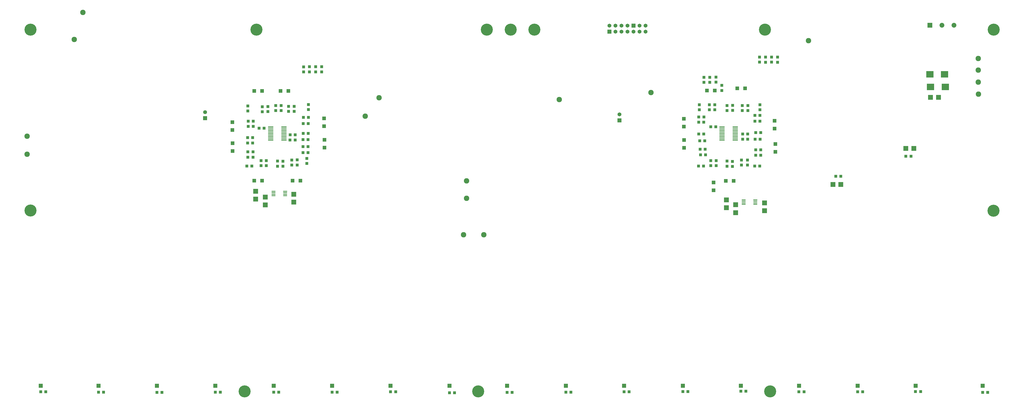
<source format=gbr>
*
G04 Mass Parameters ***
*
G04 Image ***
*
%INTDC_16SPB.GBR*%
%ICAS*%
%MOIN*%
%IPPOS*%
%ASAXBY*%
G74*%FSLAN2X34Y34*%
*
G04 Aperture Definitions ***
*
%ADD10C,0.2000*%
%ADD11C,0.5118*%
%ADD12R,0.0800X0.0800*%
%ADD13R,0.1050X0.1200*%
%ADD14R,0.0500X0.0500*%
%ADD15R,0.0790X0.0790*%
%ADD16R,0.0600X0.0800*%
%ADD17C,0.0750*%
%ADD18C,0.0700*%
%ADD19R,0.0700X0.0700*%
%ADD20C,0.0350*%
%ADD21R,0.0350X0.0350*%
%ADD22C,0.0650*%
%ADD23R,0.0600X0.0600*%
%ADD24O,0.0500X0.1500*%
%ADD25R,0.0500X0.1500*%
%ADD26C,0.0920*%
%ADD27C,0.0580*%
%ADD28C,0.0800*%
%ADD29R,0.0520X0.0500*%
%ADD30O,0.0700X0.0110*%
%ADD31R,0.0700X0.0110*%
%ADD32O,0.0110X0.0700*%
%ADD33R,0.0110X0.0700*%
%ADD34O,0.0250X0.0940*%
%ADD35R,0.0250X0.0940*%
%ADD36C,0.0600*%
%ADD37O,0.0860X0.0250*%
%ADD38R,0.0860X0.0250*%
%ADD39R,0.0866X0.1023*%
%ADD40R,0.0580X0.0580*%
%ADD41C,0.0220*%
%ADD42C,0.0300*%
%ADD43C,0.0160*%
%ADD44C,0.0080*%
%ADD45C,0.0120*%
%ADD46C,0.0220*%
%ADD47C,0.0100*%
%ADD48C,0.0150*%
%ADD49C,0.0200*%
%ADD50C,0.0500*%
%ADD51C,0.0400*%
%ADD52C,0.0220*%
%ADD53C,0.0060*%
%ADD54C,0.2000*%
%ADD55C,0.5118*%
%ADD56R,0.0800X0.0800*%
%ADD57R,0.1200X0.1050*%
%ADD58R,0.0500X0.0500*%
%ADD59R,0.0600X0.0600*%
%ADD60C,0.0750*%
%ADD61C,0.0700*%
%ADD62R,0.0700X0.0700*%
%ADD63C,0.0350*%
%ADD64R,0.0350X0.0350*%
%ADD65C,0.0650*%
%ADD66C,0.0920*%
%ADD67C,0.0580*%
%ADD68C,0.0800*%
%ADD69O,0.0650X0.0160*%
%ADD70R,0.0650X0.0160*%
%ADD71O,0.0900X0.0160*%
%ADD72R,0.0900X0.0160*%
%ADD73C,0.0600*%
%ADD74R,0.0580X0.0580*%
%ADD75C,0.0220*%
%ADD76C,0.0220*%
%ADD77C,0.0250*%
%ADD78C,0.0010*%
%ADD79C,0.0500*%
%ADD80C,0.0500*%
%ADD81R,0.1050X0.1200*%
%ADD82R,0.0790X0.0790*%
%ADD83R,0.0600X0.0800*%
%ADD84C,0.0370*%
%ADD85R,0.0370X0.0370*%
%ADD86R,0.0650X0.0650*%
%ADD87O,0.0500X0.1500*%
%ADD88R,0.0500X0.1500*%
%ADD89C,0.0620*%
%ADD90C,0.0900*%
%ADD91R,0.0520X0.0500*%
%ADD92O,0.0700X0.0110*%
%ADD93R,0.0700X0.0110*%
%ADD94O,0.0110X0.0700*%
%ADD95R,0.0110X0.0700*%
%ADD96O,0.0250X0.0940*%
%ADD97R,0.0250X0.0940*%
%ADD98O,0.0860X0.0250*%
%ADD99R,0.0860X0.0250*%
%ADD100R,0.0945X0.1102*%
%ADD101C,0.0550*%
%ADD102C,0.0550*%
*
G04 Plot Data ***
*
G54D54*
X0126550Y0064140D03*
X0080370D03*
X0127420Y0003940D03*
X0078920D03*
X0040110D03*
X0042100Y0064140D03*
X0084310D03*
X0088260D03*
X0164510Y0034010D03*
X0164550Y0064130D03*
X0004540Y0034020D03*
Y0064130D03*
G54D56*
X0153950Y0064870D03*
X0149970Y0044360D03*
X0151290D03*
X0139170Y0038370D03*
X0137850D03*
X0154070Y0052850D03*
X0155390D03*
X0041940Y0037240D03*
Y0035920D03*
X0043550Y0036270D03*
Y0034950D03*
X0048280Y0036740D03*
Y0035420D03*
X0120160Y0035800D03*
Y0034480D03*
X0126490Y0035310D03*
Y0033990D03*
X0121690Y0034990D03*
Y0033670D03*
G54D57*
X0154070Y0054580D03*
X0156520D03*
X0153950Y0056700D03*
X0156400D03*
G54D58*
X0119400Y0054850D03*
Y0054010D03*
X0118420Y0056230D03*
Y0055390D03*
X0117400Y0056200D03*
Y0055360D03*
X0116420Y0056190D03*
Y0055350D03*
X0048510Y0045750D03*
X0047670D03*
X0048520Y0046640D03*
X0047680D03*
X0125670Y0059560D03*
Y0058720D03*
X0126640Y0059550D03*
Y0058710D03*
X0127650Y0059560D03*
Y0058720D03*
X0128660Y0059550D03*
Y0058710D03*
X0049920Y0057940D03*
Y0057100D03*
X0050900Y0057950D03*
Y0057110D03*
X0051920Y0057950D03*
Y0057110D03*
X0052910Y0057950D03*
Y0057110D03*
X0123690Y0045900D03*
X0122850D03*
X0123680Y0046760D03*
X0122840D03*
X0113750Y0003900D03*
X0112910D03*
X0104000Y0003850D03*
X0103160D03*
X0094320Y0003800D03*
X0093480D03*
X0084570Y0003770D03*
X0083730D03*
X0123380Y0003950D03*
X0122540D03*
X0133040Y0003850D03*
X0132200D03*
X0142800D03*
X0141960D03*
X0152410Y0003900D03*
X0151570D03*
X0163550Y0003770D03*
X0162710D03*
X0074980Y0003690D03*
X0074140D03*
X0065210Y0003850D03*
X0064370D03*
X0055480Y0003800D03*
X0054640D03*
X0045800D03*
X0044960D03*
X0007080Y0003850D03*
X0006240D03*
X0016700Y0003800D03*
X0015860D03*
X0036100D03*
X0035260D03*
X0026400Y0003750D03*
X0025560D03*
X0050700Y0048500D03*
X0049860D03*
X0040490Y0041430D03*
X0041330D03*
X0040670Y0042890D03*
X0041510D03*
X0040630Y0046160D03*
X0041470D03*
X0040720Y0048910D03*
X0041560D03*
X0040670Y0043800D03*
X0041510D03*
X0040620Y0045270D03*
X0041460D03*
X0040710Y0048030D03*
X0041550D03*
X0043990Y0051320D03*
Y0050480D03*
X0046180Y0051490D03*
Y0050650D03*
X0047420Y0051370D03*
Y0050530D03*
X0040670Y0051430D03*
Y0050590D03*
X0043040Y0051307D03*
Y0050467D03*
X0045290Y0051490D03*
Y0050650D03*
X0048340Y0051360D03*
Y0050520D03*
X0050710Y0051670D03*
Y0050830D03*
X0050720Y0049540D03*
X0049880D03*
X0050680Y0046860D03*
X0049840D03*
X0050670Y0043670D03*
X0049830D03*
X0050450Y0041870D03*
Y0042710D03*
X0048870Y0041610D03*
Y0042450D03*
X0045590Y0041410D03*
Y0042250D03*
X0042840Y0041500D03*
Y0042340D03*
X0050670Y0045830D03*
X0049830D03*
X0050670Y0044660D03*
X0049830D03*
X0047960Y0041580D03*
Y0042420D03*
X0046480Y0041400D03*
Y0042240D03*
X0043710Y0041500D03*
Y0042340D03*
X0043350Y0047720D03*
X0042510D03*
X0115780Y0044220D03*
X0116620D03*
X0115550Y0046750D03*
X0116390D03*
X0115710Y0045620D03*
X0116550D03*
X0125720Y0051640D03*
Y0050800D03*
X0125700Y0041430D03*
X0124860D03*
X0115520D03*
X0116360D03*
X0115860Y0043290D03*
X0116700D03*
X0115570Y0049590D03*
X0116410D03*
X0115670Y0051630D03*
Y0050790D03*
X0117310Y0051640D03*
Y0050800D03*
X0120240Y0051500D03*
Y0050660D03*
X0125730Y0049860D03*
X0124890D03*
X0125860Y0047010D03*
X0125020D03*
X0125850Y0043220D03*
X0125010D03*
X0123730Y0051500D03*
Y0050660D03*
X0123640Y0041600D03*
Y0042440D03*
X0120250Y0041410D03*
Y0042250D03*
X0117540Y0041480D03*
Y0042320D03*
X0118460Y0041480D03*
Y0042320D03*
X0121150Y0041350D03*
Y0042190D03*
X0122670Y0041590D03*
Y0042430D03*
X0122790Y0051500D03*
Y0050660D03*
X0125850Y0044130D03*
X0125010D03*
X0125750Y0045880D03*
X0124910D03*
X0125730Y0048910D03*
X0124890D03*
X0121180Y0051520D03*
Y0050680D03*
X0118230Y0051630D03*
Y0050790D03*
X0115560Y0048720D03*
X0116400D03*
X0118400Y0047970D03*
X0117560D03*
X0149970Y0043060D03*
X0150810D03*
X0139170Y0039730D03*
X0138330D03*
G54D59*
X0053310Y0049360D03*
Y0048060D03*
X0048100Y0039000D03*
X0049400D03*
X0038130Y0045220D03*
Y0043920D03*
X0043030Y0053930D03*
X0041730D03*
X0053400Y0045790D03*
Y0044490D03*
X0043030Y0038980D03*
X0041730D03*
X0038090Y0048720D03*
Y0047420D03*
X0047400Y0053920D03*
X0046100D03*
X0121370Y0038950D03*
X0120070D03*
X0128150Y0048950D03*
Y0047650D03*
X0113120Y0045770D03*
Y0044470D03*
X0118230Y0054010D03*
X0116930D03*
X0118030Y0038690D03*
Y0037390D03*
X0128280Y0043800D03*
Y0045100D03*
X0113090Y0049280D03*
Y0047980D03*
X0123250Y0054370D03*
X0121950D03*
G54D65*
X0100730Y0064800D03*
X0101730Y0063800D03*
Y0064800D03*
X0102730Y0063800D03*
Y0064800D03*
X0103730Y0063800D03*
Y0064800D03*
X0104730Y0063800D03*
X0105730D03*
Y0064800D03*
X0106730Y0063800D03*
Y0064800D03*
X0033570Y0050380D03*
X0102400Y0050030D03*
G54D68*
X0155950Y0064870D03*
X0157950D03*
G54D69*
X0046860Y0036990D03*
Y0036740D03*
Y0036490D03*
X0044910D03*
Y0036740D03*
Y0036990D03*
Y0037240D03*
X0124970Y0035550D03*
Y0035300D03*
Y0035050D03*
X0123020D03*
Y0035300D03*
Y0035550D03*
Y0035800D03*
G54D70*
X0046860Y0037240D03*
X0124970Y0035800D03*
G54D71*
X0046645Y0047725D03*
Y0047475D03*
Y0047225D03*
Y0046975D03*
Y0046725D03*
Y0046475D03*
Y0046225D03*
Y0045975D03*
Y0045725D03*
X0044445D03*
Y0045975D03*
Y0046225D03*
Y0046475D03*
Y0046725D03*
Y0046975D03*
Y0047225D03*
Y0047475D03*
Y0047725D03*
Y0047975D03*
X0121630Y0047720D03*
Y0047470D03*
Y0047220D03*
Y0046970D03*
Y0046720D03*
Y0046470D03*
Y0046220D03*
Y0045970D03*
Y0045720D03*
X0119430D03*
Y0045970D03*
Y0046220D03*
Y0046470D03*
Y0046720D03*
Y0046970D03*
Y0047220D03*
Y0047470D03*
Y0047720D03*
Y0047970D03*
G54D72*
X0046645Y0047975D03*
X0121630Y0047970D03*
G54D86*
X0100730Y0063800D03*
X0104730Y0064800D03*
X0006240Y0004850D03*
X0044970D03*
X0015870D03*
X0054640D03*
X0025570D03*
X0064370D03*
X0035270D03*
X0074140D03*
X0122540D03*
X0083730D03*
X0132210D03*
X0093480D03*
X0141970D03*
X0103170D03*
X0151580D03*
X0112920D03*
X0162720D03*
X0033570Y0049380D03*
X0102400Y0049030D03*
G54D90*
X0076500Y0030000D03*
X0079850D03*
X0077000Y0036050D03*
X0004000Y0043390D03*
X0162000Y0055400D03*
X0107620Y0053670D03*
X0004000Y0046400D03*
X0060140Y0049740D03*
X0092400Y0052500D03*
X0162010Y0053380D03*
X0011810Y0062500D03*
X0162000Y0057400D03*
X0013270Y0067010D03*
X0162000Y0059330D03*
X0062450Y0052790D03*
X0133780Y0062280D03*
X0077000Y0038950D03*
M02*

</source>
